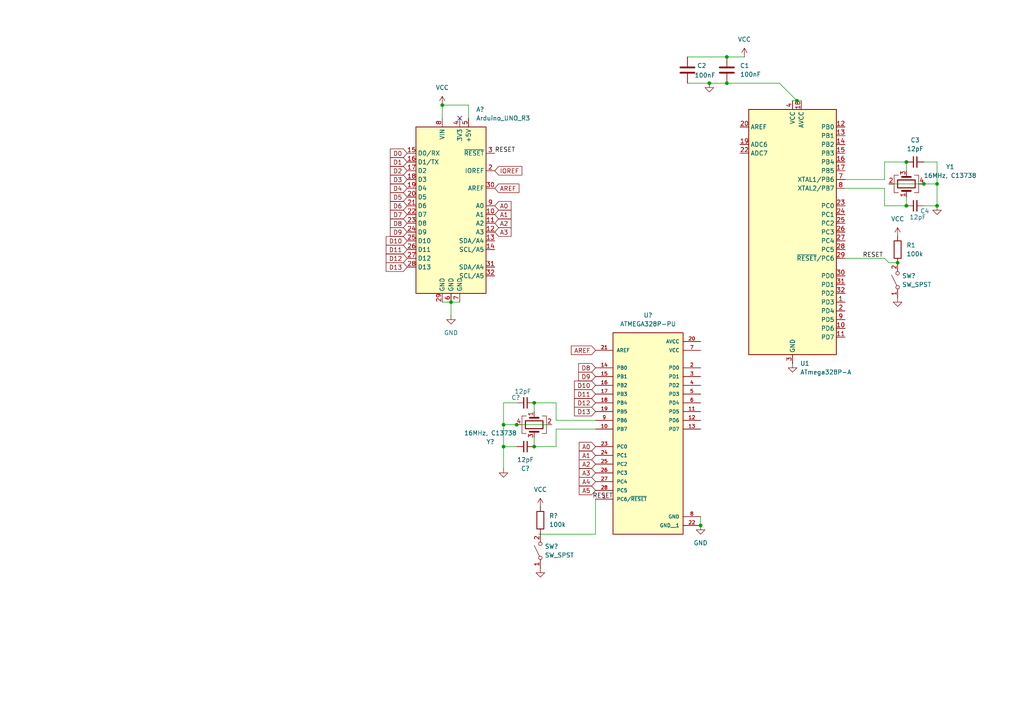
<source format=kicad_sch>
(kicad_sch (version 20231120) (generator "eeschema") (generator_version "8.0")
  (paper "A4")
  (lib_symbols
    (symbol "ATMEGA328P-PU:ATMEGA328P-PU" (pin_names (offset 1.016))
      (property "Reference" "U" (at -10.1706 28.9861 0))
      (property "Value" "ATMEGA328P-PU" (at -10.168 -34.0607 0))
      (symbol "ATMEGA328P-PU_0_0"
        (rectangle (start -10.16 -30.48) (end 10.16 27.94) (stroke (width 0.254)) (fill (type background)))
        (pin bidirectional line (at -15.24 -20.32 0) (length 5.08) (name "PC6/~{RESET}") (number "1"))
        (pin bidirectional line (at -15.24 0 0) (length 5.08) (name "PB7") (number "10"))
        (pin bidirectional line (at 15.24 5.08 180) (length 5.08) (name "PD5") (number "11"))
        (pin bidirectional line (at 15.24 2.54 180) (length 5.08) (name "PD6") (number "12"))
        (pin bidirectional line (at 15.24 0 180) (length 5.08) (name "PD7") (number "13"))
        (pin bidirectional line (at -15.24 17.78 0) (length 5.08) (name "PB0") (number "14"))
        (pin bidirectional line (at -15.24 15.24 0) (length 5.08) (name "PB1") (number "15"))
        (pin bidirectional line (at -15.24 12.7 0) (length 5.08) (name "PB2") (number "16"))
        (pin bidirectional line (at -15.24 10.16 0) (length 5.08) (name "PB3") (number "17"))
        (pin bidirectional line (at -15.24 7.62 0) (length 5.08) (name "PB4") (number "18"))
        (pin bidirectional line (at -15.24 5.08 0) (length 5.08) (name "PB5") (number "19"))
        (pin bidirectional line (at 15.24 17.78 180) (length 5.08) (name "PD0") (number "2"))
        (pin power_in line (at 15.24 25.4 180) (length 5.08) (name "AVCC") (number "20"))
        (pin input line (at -15.24 22.86 0) (length 5.08) (name "AREF") (number "21"))
        (pin power_in line (at 15.24 -27.94 180) (length 5.08) (name "GND__1") (number "22"))
        (pin bidirectional line (at -15.24 -5.08 0) (length 5.08) (name "PC0") (number "23"))
        (pin bidirectional line (at -15.24 -7.62 0) (length 5.08) (name "PC1") (number "24"))
        (pin bidirectional line (at -15.24 -10.16 0) (length 5.08) (name "PC2") (number "25"))
        (pin bidirectional line (at -15.24 -12.7 0) (length 5.08) (name "PC3") (number "26"))
        (pin bidirectional line (at -15.24 -15.24 0) (length 5.08) (name "PC4") (number "27"))
        (pin bidirectional line (at -15.24 -17.78 0) (length 5.08) (name "PC5") (number "28"))
        (pin bidirectional line (at 15.24 15.24 180) (length 5.08) (name "PD1") (number "3"))
        (pin bidirectional line (at 15.24 12.7 180) (length 5.08) (name "PD2") (number "4"))
        (pin bidirectional line (at 15.24 10.16 180) (length 5.08) (name "PD3") (number "5"))
        (pin bidirectional line (at 15.24 7.62 180) (length 5.08) (name "PD4") (number "6"))
        (pin power_in line (at 15.24 22.86 180) (length 5.08) (name "VCC") (number "7"))
        (pin power_in line (at 15.24 -25.4 180) (length 5.08) (name "GND") (number "8"))
        (pin bidirectional line (at -15.24 2.54 0) (length 5.08) (name "PB6") (number "9"))
      )
    )
    (symbol "Device:C" (pin_numbers hide) (pin_names (offset 0.254))
      (property "Reference" "C" (at 0.635 2.54 0))
      (property "Value" "C" (at 0.635 -2.54 0))
      (symbol "C_0_1"
        (polyline (pts (xy -2.032 -0.762) (xy 2.032 -0.762)) (stroke (width 0.508)))
        (polyline (pts (xy -2.032 0.762) (xy 2.032 0.762)) (stroke (width 0.508)))
      )
      (symbol "C_1_1"
        (pin passive line (at 0 3.81 270) (length 2.794) (name "~") (number "1"))
        (pin passive line (at 0 -3.81 90) (length 2.794) (name "~") (number "2"))
      )
    )
    (symbol "Device:C_Small" (pin_numbers hide) (pin_names (offset 0.254) hide)
      (property "Reference" "C" (at 0.254 1.778 0))
      (property "Value" "C_Small" (at 0.254 -2.032 0))
      (symbol "C_Small_0_1"
        (polyline (pts (xy -1.524 -0.508) (xy 1.524 -0.508)) (stroke (width 0.3302)))
        (polyline (pts (xy -1.524 0.508) (xy 1.524 0.508)) (stroke (width 0.3048)))
      )
      (symbol "C_Small_1_1"
        (pin passive line (at 0 2.54 270) (length 2.032) (name "~") (number "1"))
        (pin passive line (at 0 -2.54 90) (length 2.032) (name "~") (number "2"))
      )
    )
    (symbol "Device:Crystal_GND24" (pin_names (offset 1.016) hide)
      (property "Reference" "Y" (at 3.175 5.08 0))
      (property "Value" "Crystal_GND24" (at 3.175 3.175 0))
      (symbol "Crystal_GND24_0_1"
        (rectangle (start -1.143 2.54) (end 1.143 -2.54) (stroke (width 0.3048)))
        (polyline (pts (xy -2.54 0) (xy -2.032 0)))
        (polyline (pts (xy -2.032 -1.27) (xy -2.032 1.27)) (stroke (width 0.508)))
        (polyline (pts (xy 0 -3.81) (xy 0 -3.556)))
        (polyline (pts (xy 0 3.556) (xy 0 3.81)))
        (polyline (pts (xy 2.032 -1.27) (xy 2.032 1.27)) (stroke (width 0.508)))
        (polyline (pts (xy 2.032 0) (xy 2.54 0)))
        (polyline (pts (xy -2.54 -2.286) (xy -2.54 -3.556) (xy 2.54 -3.556) (xy 2.54 -2.286)))
        (polyline (pts (xy -2.54 2.286) (xy -2.54 3.556) (xy 2.54 3.556) (xy 2.54 2.286)))
      )
      (symbol "Crystal_GND24_1_1"
        (pin passive line (at -3.81 0 0) (length 1.27) (name "1") (number "1"))
        (pin passive line (at 0 5.08 270) (length 1.27) (name "2") (number "2"))
        (pin passive line (at 3.81 0 180) (length 1.27) (name "3") (number "3"))
        (pin passive line (at 0 -5.08 90) (length 1.27) (name "4") (number "4"))
      )
    )
    (symbol "Device:R" (pin_numbers hide) (pin_names (offset 0))
      (property "Reference" "R" (at 2.032 0 90))
      (property "Value" "R" (at 0 0 90))
      (symbol "R_0_1"
        (rectangle (start -1.016 -2.54) (end 1.016 2.54) (stroke (width 0.254)))
      )
      (symbol "R_1_1"
        (pin passive line (at 0 3.81 270) (length 1.27) (name "~") (number "1"))
        (pin passive line (at 0 -3.81 90) (length 1.27) (name "~") (number "2"))
      )
    )
    (symbol "MCU_Microchip_ATmega:ATmega328P-A"
      (property "Reference" "U" (at -12.7 36.83 0))
      (property "Value" "ATmega328P-A" (at 2.54 -36.83 0))
      (symbol "ATmega328P-A_0_1"
        (rectangle (start -12.7 -35.56) (end 12.7 35.56) (stroke (width 0.254)) (fill (type background)))
      )
      (symbol "ATmega328P-A_1_1"
        (pin bidirectional line (at 15.24 -20.32 180) (length 2.54) (name "PD3") (number "1"))
        (pin bidirectional line (at 15.24 -27.94 180) (length 2.54) (name "PD6") (number "10"))
        (pin bidirectional line (at 15.24 -30.48 180) (length 2.54) (name "PD7") (number "11"))
        (pin bidirectional line (at 15.24 30.48 180) (length 2.54) (name "PB0") (number "12"))
        (pin bidirectional line (at 15.24 27.94 180) (length 2.54) (name "PB1") (number "13"))
        (pin bidirectional line (at 15.24 25.4 180) (length 2.54) (name "PB2") (number "14"))
        (pin bidirectional line (at 15.24 22.86 180) (length 2.54) (name "PB3") (number "15"))
        (pin bidirectional line (at 15.24 20.32 180) (length 2.54) (name "PB4") (number "16"))
        (pin bidirectional line (at 15.24 17.78 180) (length 2.54) (name "PB5") (number "17"))
        (pin power_in line (at 2.54 38.1 270) (length 2.54) (name "AVCC") (number "18"))
        (pin input line (at -15.24 25.4 0) (length 2.54) (name "ADC6") (number "19"))
        (pin bidirectional line (at 15.24 -22.86 180) (length 2.54) (name "PD4") (number "2"))
        (pin passive line (at -15.24 30.48 0) (length 2.54) (name "AREF") (number "20"))
        (pin passive line (at 0 -38.1 90) (length 2.54) hide (name "GND") (number "21"))
        (pin input line (at -15.24 22.86 0) (length 2.54) (name "ADC7") (number "22"))
        (pin bidirectional line (at 15.24 7.62 180) (length 2.54) (name "PC0") (number "23"))
        (pin bidirectional line (at 15.24 5.08 180) (length 2.54) (name "PC1") (number "24"))
        (pin bidirectional line (at 15.24 2.54 180) (length 2.54) (name "PC2") (number "25"))
        (pin bidirectional line (at 15.24 0 180) (length 2.54) (name "PC3") (number "26"))
        (pin bidirectional line (at 15.24 -2.54 180) (length 2.54) (name "PC4") (number "27"))
        (pin bidirectional line (at 15.24 -5.08 180) (length 2.54) (name "PC5") (number "28"))
        (pin bidirectional line (at 15.24 -7.62 180) (length 2.54) (name "~{RESET}/PC6") (number "29"))
        (pin power_in line (at 0 -38.1 90) (length 2.54) (name "GND") (number "3"))
        (pin bidirectional line (at 15.24 -12.7 180) (length 2.54) (name "PD0") (number "30"))
        (pin bidirectional line (at 15.24 -15.24 180) (length 2.54) (name "PD1") (number "31"))
        (pin bidirectional line (at 15.24 -17.78 180) (length 2.54) (name "PD2") (number "32"))
        (pin power_in line (at 0 38.1 270) (length 2.54) (name "VCC") (number "4"))
        (pin passive line (at 0 -38.1 90) (length 2.54) hide (name "GND") (number "5"))
        (pin passive line (at 0 38.1 270) (length 2.54) hide (name "VCC") (number "6"))
        (pin bidirectional line (at 15.24 15.24 180) (length 2.54) (name "XTAL1/PB6") (number "7"))
        (pin bidirectional line (at 15.24 12.7 180) (length 2.54) (name "XTAL2/PB7") (number "8"))
        (pin bidirectional line (at 15.24 -25.4 180) (length 2.54) (name "PD5") (number "9"))
      )
    )
    (symbol "MCU_Module:Arduino_UNO_R3"
      (property "Reference" "A" (at -10.16 23.495 0))
      (property "Value" "Arduino_UNO_R3" (at 5.08 -26.67 0))
      (symbol "Arduino_UNO_R3_0_1"
        (rectangle (start -10.16 22.86) (end 10.16 -25.4) (stroke (width 0.254)) (fill (type background)))
      )
      (symbol "Arduino_UNO_R3_1_1"
        (pin no_connect line (at -10.16 -20.32 0) (length 2.54) hide (name "NC") (number "1"))
        (pin bidirectional line (at 12.7 -2.54 180) (length 2.54) (name "A1") (number "10"))
        (pin bidirectional line (at 12.7 -5.08 180) (length 2.54) (name "A2") (number "11"))
        (pin bidirectional line (at 12.7 -7.62 180) (length 2.54) (name "A3") (number "12"))
        (pin bidirectional line (at 12.7 -10.16 180) (length 2.54) (name "SDA/A4") (number "13"))
        (pin bidirectional line (at 12.7 -12.7 180) (length 2.54) (name "SCL/A5") (number "14"))
        (pin bidirectional line (at -12.7 15.24 0) (length 2.54) (name "D0/RX") (number "15"))
        (pin bidirectional line (at -12.7 12.7 0) (length 2.54) (name "D1/TX") (number "16"))
        (pin bidirectional line (at -12.7 10.16 0) (length 2.54) (name "D2") (number "17"))
        (pin bidirectional line (at -12.7 7.62 0) (length 2.54) (name "D3") (number "18"))
        (pin bidirectional line (at -12.7 5.08 0) (length 2.54) (name "D4") (number "19"))
        (pin output line (at 12.7 10.16 180) (length 2.54) (name "IOREF") (number "2"))
        (pin bidirectional line (at -12.7 2.54 0) (length 2.54) (name "D5") (number "20"))
        (pin bidirectional line (at -12.7 0 0) (length 2.54) (name "D6") (number "21"))
        (pin bidirectional line (at -12.7 -2.54 0) (length 2.54) (name "D7") (number "22"))
        (pin bidirectional line (at -12.7 -5.08 0) (length 2.54) (name "D8") (number "23"))
        (pin bidirectional line (at -12.7 -7.62 0) (length 2.54) (name "D9") (number "24"))
        (pin bidirectional line (at -12.7 -10.16 0) (length 2.54) (name "D10") (number "25"))
        (pin bidirectional line (at -12.7 -12.7 0) (length 2.54) (name "D11") (number "26"))
        (pin bidirectional line (at -12.7 -15.24 0) (length 2.54) (name "D12") (number "27"))
        (pin bidirectional line (at -12.7 -17.78 0) (length 2.54) (name "D13") (number "28"))
        (pin power_in line (at -2.54 -27.94 90) (length 2.54) (name "GND") (number "29"))
        (pin input line (at 12.7 15.24 180) (length 2.54) (name "~{RESET}") (number "3"))
        (pin input line (at 12.7 5.08 180) (length 2.54) (name "AREF") (number "30"))
        (pin bidirectional line (at 12.7 -17.78 180) (length 2.54) (name "SDA/A4") (number "31"))
        (pin bidirectional line (at 12.7 -20.32 180) (length 2.54) (name "SCL/A5") (number "32"))
        (pin power_out line (at 2.54 25.4 270) (length 2.54) (name "3V3") (number "4"))
        (pin power_out line (at 5.08 25.4 270) (length 2.54) (name "+5V") (number "5"))
        (pin power_in line (at 0 -27.94 90) (length 2.54) (name "GND") (number "6"))
        (pin power_in line (at 2.54 -27.94 90) (length 2.54) (name "GND") (number "7"))
        (pin power_in line (at -2.54 25.4 270) (length 2.54) (name "VIN") (number "8"))
        (pin bidirectional line (at 12.7 0 180) (length 2.54) (name "A0") (number "9"))
      )
    )
    (symbol "Switch:SW_SPST" (pin_names (offset 0) hide)
      (property "Reference" "SW" (at 0 3.175 0))
      (property "Value" "SW_SPST" (at 0 -2.54 0))
      (symbol "SW_SPST_0_0"
        (circle (center -2.032 0) (radius 0.508))
        (polyline (pts (xy -1.524 0.254) (xy 1.524 1.778)))
        (circle (center 2.032 0) (radius 0.508))
      )
      (symbol "SW_SPST_1_1"
        (pin passive line (at -5.08 0 0) (length 2.54) (name "A") (number "1"))
        (pin passive line (at 5.08 0 180) (length 2.54) (name "B") (number "2"))
      )
    )
    (symbol "power:GND" (power) (pin_numbers hide) (pin_names (offset 0) hide)
      (property "Value" "GND" (at 0 -3.81 0))
      (symbol "GND_0_1"
        (polyline (pts (xy 0 0) (xy 0 -1.27) (xy 1.27 -1.27) (xy 0 -2.54) (xy -1.27 -1.27) (xy 0 -1.27)))
      )
      (symbol "GND_1_1"
        (pin power_in line (at 0 0 270) (length 0) (name "~") (number "1"))
      )
    )
    (symbol "power:VCC" (power) (pin_numbers hide) (pin_names (offset 0) hide)
      (property "Value" "VCC" (at 0 3.556 0))
      (symbol "VCC_0_1"
        (polyline (pts (xy -0.762 1.27) (xy 0 2.54)))
        (polyline (pts (xy 0 0) (xy 0 2.54)))
        (polyline (pts (xy 0 2.54) (xy 0.762 1.27)))
      )
      (symbol "VCC_1_1"
        (pin power_in line (at 0 0 90) (length 0) (name "~") (number "1"))
      )
    )
  )
  (junction (at 146.05 123.19))
  (junction (at 260.35 76.2))
  (junction (at 205.74 24.13))
  (junction (at 262.89 46.99))
  (junction (at 128.27 30.48))
  (junction (at 231.14 29.21))
  (junction (at 154.94 116.84))
  (junction (at 130.81 87.63))
  (junction (at 267.97 53.34))
  (junction (at 146.05 129.54))
  (junction (at 210.82 16.51))
  (junction (at 271.78 53.34))
  (junction (at 271.78 59.69))
  (junction (at 210.82 24.13))
  (junction (at 149.86 123.19))
  (junction (at 262.89 59.69))
  (junction (at 154.94 129.54))
  (junction (at 203.2 152.4))
  (no_connect (at 133.35 34.29))
  (wire (pts (xy 267.97 59.69) (xy 271.78 59.69)))
  (wire (pts (xy 161.29 121.92) (xy 172.72 121.92)))
  (wire (pts (xy 215.9 16.51) (xy 210.82 16.51)))
  (wire (pts (xy 128.27 87.63) (xy 130.81 87.63)))
  (wire (pts (xy 160.02 123.19) (xy 149.86 123.19)))
  (wire (pts (xy 245.11 74.93) (xy 256.54 74.93)))
  (wire (pts (xy 199.39 16.51) (xy 210.82 16.51)))
  (wire (pts (xy 146.05 123.19) (xy 146.05 116.84)))
  (wire (pts (xy 149.86 116.84) (xy 146.05 116.84)))
  (wire (pts (xy 146.05 135.89) (xy 146.05 129.54)))
  (wire (pts (xy 161.29 124.46) (xy 172.72 124.46)))
  (wire (pts (xy 199.39 24.13) (xy 205.74 24.13)))
  (wire (pts (xy 256.54 54.61) (xy 256.54 59.69)))
  (wire (pts (xy 262.89 46.99) (xy 262.89 49.53)))
  (wire (pts (xy 130.81 87.63) (xy 130.81 91.44)))
  (wire (pts (xy 149.86 123.19) (xy 146.05 123.19)))
  (wire (pts (xy 256.54 46.99) (xy 262.89 46.99)))
  (wire (pts (xy 257.81 76.2) (xy 260.35 76.2)))
  (wire (pts (xy 154.94 116.84) (xy 161.29 116.84)))
  (wire (pts (xy 146.05 129.54) (xy 146.05 123.19)))
  (wire (pts (xy 267.97 46.99) (xy 271.78 46.99)))
  (wire (pts (xy 135.89 30.48) (xy 135.89 34.29)))
  (wire (pts (xy 161.29 129.54) (xy 161.29 124.46)))
  (wire (pts (xy 229.87 29.21) (xy 231.14 29.21)))
  (wire (pts (xy 256.54 46.99) (xy 256.54 52.07)))
  (wire (pts (xy 156.21 154.94) (xy 172.72 154.94)))
  (wire (pts (xy 271.78 53.34) (xy 271.78 59.69)))
  (wire (pts (xy 149.86 129.54) (xy 146.05 129.54)))
  (wire (pts (xy 128.27 30.48) (xy 128.27 34.29)))
  (wire (pts (xy 226.06 24.13) (xy 231.14 29.21)))
  (wire (pts (xy 256.54 59.69) (xy 262.89 59.69)))
  (wire (pts (xy 203.2 149.86) (xy 203.2 152.4)))
  (wire (pts (xy 256.54 74.93) (xy 257.81 76.2)))
  (wire (pts (xy 245.11 52.07) (xy 256.54 52.07)))
  (wire (pts (xy 257.81 53.34) (xy 267.97 53.34)))
  (wire (pts (xy 154.94 119.38) (xy 154.94 116.84)))
  (wire (pts (xy 271.78 46.99) (xy 271.78 53.34)))
  (wire (pts (xy 245.11 54.61) (xy 256.54 54.61)))
  (wire (pts (xy 128.27 30.48) (xy 135.89 30.48)))
  (wire (pts (xy 210.82 24.13) (xy 226.06 24.13)))
  (wire (pts (xy 161.29 129.54) (xy 154.94 129.54)))
  (wire (pts (xy 161.29 116.84) (xy 161.29 121.92)))
  (wire (pts (xy 267.97 53.34) (xy 271.78 53.34)))
  (wire (pts (xy 154.94 129.54) (xy 154.94 127)))
  (wire (pts (xy 205.74 24.13) (xy 210.82 24.13)))
  (wire (pts (xy 231.14 29.21) (xy 232.41 29.21)))
  (wire (pts (xy 172.72 154.94) (xy 172.72 144.78)))
  (wire (pts (xy 262.89 57.15) (xy 262.89 59.69)))
  (wire (pts (xy 130.81 87.63) (xy 133.35 87.63)))
  (label "RESET" (at 177.8 144.78 180))
  (label "RESET" (at 143.51 44.45 0))
  (label "RESET" (at 250.19 74.93 0))
  (global_label "D13" (shape input) (at 118.11 77.47 180) (property "Intersheetrefs" "${INTERSHEET_REFS}" (effects (hide yes))))
  (global_label "D13" (shape input) (at 172.72 119.38 180) (property "Intersheetrefs" "${INTERSHEET_REFS}" (effects (hide yes))))
  (global_label "D7" (shape input) (at 118.11 62.23 180) (property "Intersheetrefs" "${INTERSHEET_REFS}" (effects (hide yes))))
  (global_label "A1" (shape input) (at 143.51 62.23 0) (property "Intersheetrefs" "${INTERSHEET_REFS}" (effects (hide yes))))
  (global_label "D10" (shape input) (at 118.11 69.85 180) (property "Intersheetrefs" "${INTERSHEET_REFS}" (effects (hide yes))))
  (global_label "D3" (shape input) (at 118.11 52.07 180) (property "Intersheetrefs" "${INTERSHEET_REFS}" (effects (hide yes))))
  (global_label "D1" (shape input) (at 118.11 46.99 180) (property "Intersheetrefs" "${INTERSHEET_REFS}" (effects (hide yes))))
  (global_label "A3" (shape input) (at 143.51 67.31 0) (property "Intersheetrefs" "${INTERSHEET_REFS}" (effects (hide yes))))
  (global_label "D0" (shape input) (at 118.11 44.45 180) (property "Intersheetrefs" "${INTERSHEET_REFS}" (effects (hide yes))))
  (global_label "D8" (shape input) (at 172.72 106.68 180) (property "Intersheetrefs" "${INTERSHEET_REFS}" (effects (hide yes))))
  (global_label "D12" (shape input) (at 118.11 74.93 180) (property "Intersheetrefs" "${INTERSHEET_REFS}" (effects (hide yes))))
  (global_label "D5" (shape input) (at 118.11 57.15 180) (property "Intersheetrefs" "${INTERSHEET_REFS}" (effects (hide yes))))
  (global_label "D4" (shape input) (at 118.11 54.61 180) (property "Intersheetrefs" "${INTERSHEET_REFS}" (effects (hide yes))))
  (global_label "A0" (shape input) (at 143.51 59.69 0) (property "Intersheetrefs" "${INTERSHEET_REFS}" (effects (hide yes))))
  (global_label "D11" (shape input) (at 172.72 114.3 180) (property "Intersheetrefs" "${INTERSHEET_REFS}" (effects (hide yes))))
  (global_label "D6" (shape input) (at 118.11 59.69 180) (property "Intersheetrefs" "${INTERSHEET_REFS}" (effects (hide yes))))
  (global_label "D11" (shape input) (at 118.11 72.39 180) (property "Intersheetrefs" "${INTERSHEET_REFS}" (effects (hide yes))))
  (global_label "AREF" (shape input) (at 172.72 101.6 180) (property "Intersheetrefs" "${INTERSHEET_REFS}" (effects (hide yes))))
  (global_label "A2" (shape input) (at 143.51 64.77 0) (property "Intersheetrefs" "${INTERSHEET_REFS}" (effects (hide yes))))
  (global_label "AREF" (shape input) (at 143.51 54.61 0) (property "Intersheetrefs" "${INTERSHEET_REFS}" (effects (hide yes))))
  (global_label "D9" (shape input) (at 172.72 109.22 180) (property "Intersheetrefs" "${INTERSHEET_REFS}" (effects (hide yes))))
  (global_label "A1" (shape input) (at 172.72 132.08 180) (property "Intersheetrefs" "${INTERSHEET_REFS}" (effects (hide yes))))
  (global_label "A2" (shape input) (at 172.72 134.62 180) (property "Intersheetrefs" "${INTERSHEET_REFS}" (effects (hide yes))))
  (global_label "A5" (shape input) (at 172.72 142.24 180) (property "Intersheetrefs" "${INTERSHEET_REFS}" (effects (hide yes))))
  (global_label "D8" (shape input) (at 118.11 64.77 180) (property "Intersheetrefs" "${INTERSHEET_REFS}" (effects (hide yes))))
  (global_label "D12" (shape input) (at 172.72 116.84 180) (property "Intersheetrefs" "${INTERSHEET_REFS}" (effects (hide yes))))
  (global_label "D10" (shape input) (at 172.72 111.76 180) (property "Intersheetrefs" "${INTERSHEET_REFS}" (effects (hide yes))))
  (global_label "A3" (shape input) (at 172.72 137.16 180) (property "Intersheetrefs" "${INTERSHEET_REFS}" (effects (hide yes))))
  (global_label "IOREF" (shape input) (at 143.51 49.53 0) (property "Intersheetrefs" "${INTERSHEET_REFS}" (effects (hide yes))))
  (global_label "D2" (shape input) (at 118.11 49.53 180) (property "Intersheetrefs" "${INTERSHEET_REFS}" (effects (hide yes))))
  (global_label "A0" (shape input) (at 172.72 129.54 180) (property "Intersheetrefs" "${INTERSHEET_REFS}" (effects (hide yes))))
  (global_label "D9" (shape input) (at 118.11 67.31 180) (property "Intersheetrefs" "${INTERSHEET_REFS}" (effects (hide yes))))
  (global_label "A4" (shape input) (at 172.72 139.7 180) (property "Intersheetrefs" "${INTERSHEET_REFS}" (effects (hide yes))))
  (symbol (lib_id "power:GND") (at 229.87 105.41 0) (unit 1)
    (property "Reference" "#PWR03" (effects (hide yes)))
    (property "Value" "GND" (effects (hide yes)))
    (property "Description" "Power symbol creates a global label with name \"GND\" , ground" (effects (hide yes)))
  )
  (symbol (lib_id "MCU_Module:Arduino_UNO_R3") (at 130.81 59.69 0) (unit 1)
    (property "Reference" "A?" (at 138.0841 31.75 0) (effects (justify left)))
    (property "Value" "Arduino_UNO_R3" (at 138.0841 34.29 0) (effects (justify left)))
    (property "Footprint" "Module:Arduino_UNO_R3" (effects (hide yes)))
    (property "Datasheet" "https://www.arduino.cc/en/Main/arduinoBoardUno" (effects (hide yes)))
    (property "Description" "Arduino UNO Microcontroller Module, release 3" (effects (hide yes)))
  )
  (symbol (lib_id "power:GND") (at 271.78 59.69 0) (unit 1)
    (property "Reference" "#PWR04" (effects (hide yes)))
    (property "Value" "GND" (effects (hide yes)))
    (property "Description" "Power symbol creates a global label with name \"GND\" , ground" (effects (hide yes)))
  )
  (symbol (lib_id "power:GND") (at 205.74 24.13 0) (unit 1)
    (property "Reference" "#PWR02" (effects (hide yes)))
    (property "Value" "GND" (effects (hide yes)))
    (property "Description" "Power symbol creates a global label with name \"GND\" , ground" (effects (hide yes)))
  )
  (symbol (lib_id "Device:R") (at 156.718 150.876 0) (unit 1)
    (property "Reference" "R?" (at 159.258 149.6059 0) (effects (justify left)))
    (property "Value" "100k" (at 159.258 152.1459 0) (effects (justify left)))
    (property "Description" "Resistor" (effects (hide yes)))
  )
  (symbol (lib_id "power:VCC") (at 156.718 147.066 0) (unit 1)
    (property "Reference" "#PWR010" (effects (hide yes)))
    (property "Value" "VCC" (at 156.718 141.986 0))
    (property "Description" "Power symbol creates a global label with name \"VCC\"" (effects (hide yes)))
  )
  (symbol (lib_id "power:GND") (at 146.05 135.89 0) (unit 1)
    (property "Reference" "#PWR09" (effects (hide yes)))
    (property "Value" "GND" (effects (hide yes)))
    (property "Description" "Power symbol creates a global label with name \"GND\" , ground" (effects (hide yes)))
  )
  (symbol (lib_id "Switch:SW_SPST") (at 156.718 159.766 90) (unit 1)
    (property "Reference" "SW?" (at 157.988 158.4959 90) (effects (justify right)))
    (property "Value" "SW_SPST" (at 157.988 161.0359 90) (effects (justify right)))
    (property "Description" "Single Pole Single Throw (SPST) switch" (effects (hide yes)))
  )
  (symbol (lib_id "Device:Crystal_GND24") (at 154.94 123.19 270) (unit 1)
    (property "Reference" "Y?" (at 142.24 128.1432 90))
    (property "Value" "16MHz, C13738" (at 142.24 125.6032 90))
    (property "Description" "Four pin crystal, GND on pins 2 and 4" (effects (hide yes)))
  )
  (symbol (lib_id "Device:C_Small") (at 265.43 59.69 90) (unit 1)
    (property "Reference" "C4" (at 268.224 61.214 90))
    (property "Value" "12pF" (at 266.192 62.992 90))
    (property "Description" "Unpolarized capacitor, small symbol" (effects (hide yes)))
  )
  (symbol (lib_id "Device:C_Small") (at 152.4 129.54 270) (unit 1)
    (property "Reference" "C?" (at 152.3937 135.89 90))
    (property "Value" "12pF" (at 152.3937 133.35 90))
    (property "Description" "Unpolarized capacitor, small symbol" (effects (hide yes)))
  )
  (symbol (lib_id "Device:C_Small") (at 265.43 46.99 90) (unit 1)
    (property "Reference" "C3" (at 265.4363 40.64 90))
    (property "Value" "12pF" (at 265.4363 43.18 90))
    (property "Description" "Unpolarized capacitor, small symbol" (effects (hide yes)))
  )
  (symbol (lib_id "ATMEGA328P-PU:ATMEGA328P-PU") (at 187.96 124.46 0) (unit 1)
    (property "Reference" "U?" (at 187.96 91.44 0))
    (property "Value" "ATMEGA328P-PU" (at 187.96 93.98 0))
    (property "Footprint" "ATMEGA328P-PU:DIP794W46P254L2967H457Q28B" (effects (hide yes)))
    (property "MF" "Microchip" (effects (hide yes)))
    (property "Description_1" "\nMCU 8-bit - AVR ATmega Family ATmega328 Series Microcontrollers - 20 MHz - 32 KB - 2 KB - 28 Pins.\n" (effects (hide yes)))
    (property "Package" "PDIP-28 Atmel" (effects (hide yes)))
    (property "Price" "None" (effects (hide yes)))
    (property "Check_prices" "https://www.snapeda.com/parts/ATMEGA328P-PU/Microchip/view-part/?ref=eda" (effects (hide yes)))
    (property "SnapEDA_Link" "https://www.snapeda.com/parts/ATMEGA328P-PU/Microchip/view-part/?ref=snap" (effects (hide yes)))
    (property "MP" "ATMEGA328P-PU" (effects (hide yes)))
    (property "Purchase-URL" "https://www.snapeda.com/api/url_track_click_mouser/?unipart_id=44282&manufacturer=Microchip&part_name=ATMEGA328P-PU&search_term=atmega328p pu" (effects (hide yes)))
    (property "Availability" "In Stock" (effects (hide yes)))
    (property "MANUFACTURER" "Atmel" (effects (hide yes)))
  )
  (symbol (lib_id "power:VCC") (at 260.35 68.58 0) (unit 1)
    (property "Reference" "#PWR06" (effects (hide yes)))
    (property "Value" "VCC" (at 260.35 63.5 0))
    (property "Description" "Power symbol creates a global label with name \"VCC\"" (effects (hide yes)))
  )
  (symbol (lib_id "Device:C") (at 199.39 20.32 0) (unit 1)
    (property "Reference" "C2" (at 202.184 19.05 0) (effects (justify left)))
    (property "Value" "100nF" (at 201.422 21.844 0) (effects (justify left)))
    (property "Description" "Unpolarized capacitor" (effects (hide yes)))
  )
  (symbol (lib_id "power:GND") (at 203.2 152.4 0) (unit 1)
    (property "Reference" "#PWR012" (effects (hide yes)))
    (property "Value" "GND" (at 203.2 157.48 0))
    (property "Description" "Power symbol creates a global label with name \"GND\" , ground" (effects (hide yes)))
  )
  (symbol (lib_id "Switch:SW_SPST") (at 260.35 81.28 90) (unit 1)
    (property "Reference" "SW?" (at 261.62 80.0099 90) (effects (justify right)))
    (property "Value" "SW_SPST" (at 261.62 82.5499 90) (effects (justify right)))
    (property "Description" "Single Pole Single Throw (SPST) switch" (effects (hide yes)))
  )
  (symbol (lib_id "Device:C_Small") (at 152.4 116.84 270) (unit 1)
    (property "Reference" "C?" (at 149.606 115.316 90))
    (property "Value" "12pF" (at 151.638 113.538 90))
    (property "Description" "Unpolarized capacitor, small symbol" (effects (hide yes)))
  )
  (symbol (lib_id "Device:C") (at 210.82 20.32 0) (unit 1)
    (property "Reference" "C1" (at 214.63 19.0499 0) (effects (justify left)))
    (property "Value" "100nF" (at 214.63 21.5899 0) (effects (justify left)))
    (property "Description" "Unpolarized capacitor" (effects (hide yes)))
  )
  (symbol (lib_id "power:VCC") (at 215.9 16.51 0) (unit 1)
    (property "Reference" "#PWR01" (effects (hide yes)))
    (property "Value" "VCC" (at 215.9 11.43 0))
    (property "Description" "Power symbol creates a global label with name \"VCC\"" (effects (hide yes)))
  )
  (symbol (lib_id "power:GND") (at 130.81 91.44 0) (unit 1)
    (property "Reference" "#PWR07" (effects (hide yes)))
    (property "Value" "GND" (at 130.81 96.52 0))
    (property "Description" "Power symbol creates a global label with name \"GND\" , ground" (effects (hide yes)))
  )
  (symbol (lib_id "Device:R") (at 260.35 72.39 0) (unit 1)
    (property "Reference" "R1" (at 262.89 71.1199 0) (effects (justify left)))
    (property "Value" "100k" (at 262.89 73.6599 0) (effects (justify left)))
    (property "Description" "Resistor" (effects (hide yes)))
  )
  (symbol (lib_id "power:VCC") (at 128.27 30.48 0) (unit 1)
    (property "Reference" "#PWR08" (effects (hide yes)))
    (property "Value" "VCC" (at 128.27 25.4 0))
    (property "Description" "Power symbol creates a global label with name \"VCC\"" (effects (hide yes)))
  )
  (symbol (lib_id "MCU_Microchip_ATmega:ATmega328P-A") (at 229.87 67.31 0) (unit 1)
    (property "Reference" "U1" (at 232.0641 105.41 0) (effects (justify left)))
    (property "Value" "ATmega328P-A" (at 232.0641 107.95 0) (effects (justify left)))
    (property "Footprint" "Package_QFP:TQFP-32_7x7mm_P0.8mm" (effects (hide yes)))
    (property "Datasheet" "http://ww1.microchip.com/downloads/en/DeviceDoc/ATmega328_P%20AVR%20MCU%20with%20picoPower%20Technology%20Data%20Sheet%2040001984A.pdf" (effects (hide yes)))
    (property "Description" "20MHz, 32kB Flash, 2kB SRAM, 1kB EEPROM, TQFP-32" (effects (hide yes)))
  )
  (symbol (lib_id "power:GND") (at 260.35 86.36 0) (unit 1)
    (property "Reference" "#PWR05" (effects (hide yes)))
    (property "Value" "GND" (effects (hide yes)))
    (property "Description" "Power symbol creates a global label with name \"GND\" , ground" (effects (hide yes)))
  )
  (symbol (lib_id "Device:Crystal_GND24") (at 262.89 53.34 90) (unit 1)
    (property "Reference" "Y1" (at 275.59 48.3868 90))
    (property "Value" "16MHz, C13738" (at 275.59 50.9268 90))
    (property "Description" "Four pin crystal, GND on pins 2 and 4" (effects (hide yes)))
  )
  (symbol (lib_id "power:GND") (at 156.718 164.846 0) (unit 1)
    (property "Reference" "#PWR011" (effects (hide yes)))
    (property "Value" "GND" (effects (hide yes)))
    (property "Description" "Power symbol creates a global label with name \"GND\" , ground" (effects (hide yes)))
  )
)
</source>
